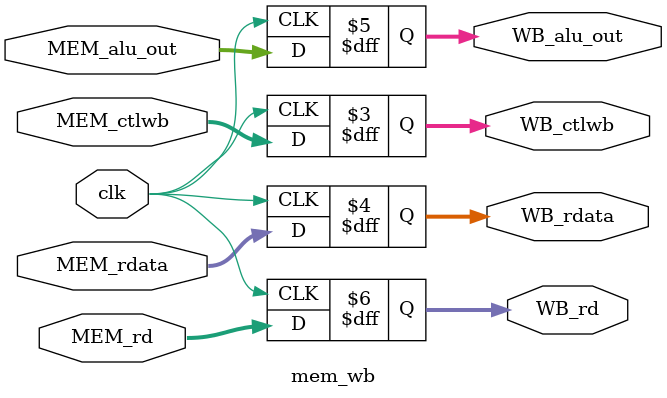
<source format=v>
`ifndef _mem_wb_v_
`define _mem_wb_v_
`endif

module mem_wb(clk,
              MEM_ctlwb, MEM_rdata, MEM_alu_out, MEM_rd,
              WB_ctlwb, WB_rdata, WB_alu_out, WB_rd);

  input wire clk;

  input wire [1:0] MEM_ctlwb;
  input wire [31:0] MEM_rdata, MEM_alu_out;
  input wire [4:0] MEM_rd;
  
  output reg [1:0] WB_ctlwb;
  output reg [31:0] WB_rdata, WB_alu_out;
  output reg [4:0] WB_rd;
  
  initial begin
    WB_ctlwb <= 0;
  end
  
  always @(posedge clk)
  begin
    WB_ctlwb   <= MEM_ctlwb;
    WB_rdata   <= MEM_rdata;
    WB_alu_out <= MEM_alu_out;
    WB_rd      <= MEM_rd;
  end
 
endmodule
</source>
